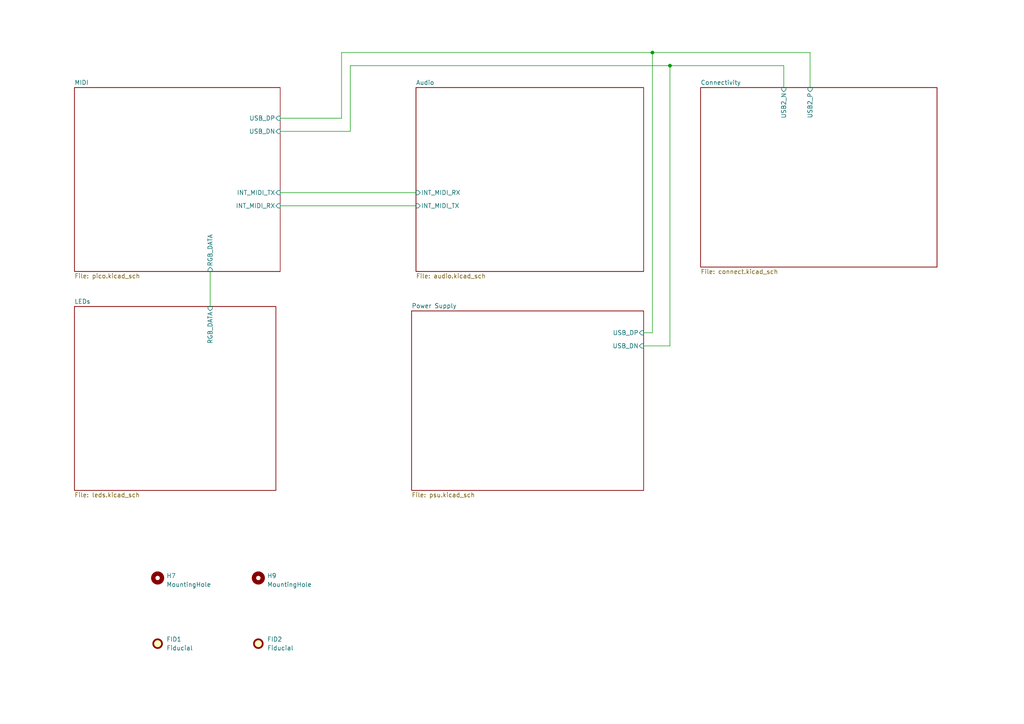
<source format=kicad_sch>
(kicad_sch (version 20230121) (generator eeschema)
  (paper "A4")
  (title_block (title "Open Pedalboard") (date "2023-09-10") (rev "3.0.0-RC1") (comment 1 "Source Code: https://github.com/pedalboard/pedalboard-hw") (comment 2 "License: CERN Open Hardware Licence Version 2 - Permissive"))
  (lib_symbols
    (symbol "Mechanical:Fiducial"
      (property "Reference" "FID" (at 0 5.08 0))
      (property "Value" "Fiducial" (at 0 3.175 0))
      (symbol "Fiducial_0_1"
        (circle (center 0 0) (radius 1.27) (stroke (width 0.508)) (fill (type background)))
      )
    )
    (symbol "Mechanical:MountingHole" (pin_names (offset 1.016))
      (property "Reference" "H" (at 0 5.08 0))
      (property "Value" "MountingHole" (at 0 3.175 0))
      (symbol "MountingHole_0_1"
        (circle (center 0 0) (radius 1.27) (stroke (width 1.27)))
      )
    )
  )
  (junction (at 194.31 19.05))
  (junction (at 189.23 15.24))
  (wire (pts (xy 99.06 15.24) (xy 189.23 15.24)))
  (wire (pts (xy 99.06 34.29) (xy 99.06 15.24)))
  (wire (pts (xy 60.96 78.74) (xy 60.96 88.9)))
  (wire (pts (xy 81.28 55.88) (xy 120.65 55.88)))
  (wire (pts (xy 186.69 100.33) (xy 194.31 100.33)))
  (wire (pts (xy 194.31 19.05) (xy 101.6 19.05)))
  (wire (pts (xy 81.28 59.69) (xy 120.65 59.69)))
  (wire (pts (xy 234.95 15.24) (xy 234.95 25.4)))
  (wire (pts (xy 189.23 15.24) (xy 234.95 15.24)))
  (wire (pts (xy 227.33 25.4) (xy 227.33 19.05)))
  (wire (pts (xy 101.6 19.05) (xy 101.6 38.1)))
  (wire (pts (xy 81.28 34.29) (xy 99.06 34.29)))
  (wire (pts (xy 186.69 96.52) (xy 189.23 96.52)))
  (wire (pts (xy 101.6 38.1) (xy 81.28 38.1)))
  (wire (pts (xy 227.33 19.05) (xy 194.31 19.05)))
  (wire (pts (xy 194.31 100.33) (xy 194.31 19.05)))
  (wire (pts (xy 189.23 96.52) (xy 189.23 15.24)))
  (symbol (lib_id "Mechanical:MountingHole") (at 74.93 167.64 0) (unit 1)
    (property "Reference" "H9" (at 77.47 167.005 0) (effects (justify left)))
    (property "Value" "MountingHole" (at 77.47 169.545 0) (effects (justify left)))
    (property "Footprint" "MountingHole:MountingHole_2.7mm_M2.5_DIN965" (effects hide))
  )
  (symbol (lib_id "Mechanical:MountingHole") (at 45.72 167.64 0) (unit 1)
    (property "Reference" "H7" (at 48.26 167.005 0) (effects (justify left)))
    (property "Value" "MountingHole" (at 48.26 169.545 0) (effects (justify left)))
    (property "Footprint" "MountingHole:MountingHole_2.7mm_M2.5_DIN965" (effects hide))
  )
  (symbol (lib_id "Mechanical:Fiducial") (at 74.93 186.69 0) (unit 1)
    (property "Reference" "FID2" (at 77.47 185.42 0) (effects (justify left)))
    (property "Value" "Fiducial" (at 77.47 187.96 0) (effects (justify left)))
    (property "Footprint" "Fiducial:Fiducial_1.5mm_Mask3mm" (effects hide))
  )
  (symbol (lib_id "Mechanical:Fiducial") (at 45.72 186.69 0) (unit 1)
    (property "Reference" "FID1" (at 48.26 185.42 0) (effects (justify left)))
    (property "Value" "Fiducial" (at 48.26 187.96 0) (effects (justify left)))
    (property "Footprint" "Fiducial:Fiducial_1.5mm_Mask3mm" (effects hide))
  )
  (sheet (at 119.38 90.17) (size 67.31 52.07) (stroke (width 0.1524))
    (property "Sheetname" "Power Supply" (at 119.38 89.4584 0) (effects (justify left bottom)))
    (property "Sheetfile" "psu.kicad_sch" (at 119.38 142.8246 0) (effects (justify left top)))
    (pin "USB_DP" input (at 186.69 96.52 0))
    (pin "USB_DN" input (at 186.69 100.33 0))
  )
  (sheet (at 21.59 88.9) (size 58.42 53.34) (stroke (width 0.1524))
    (property "Sheetname" "LEDs" (at 21.59 88.1884 0) (effects (justify left bottom)))
    (property "Sheetfile" "leds.kicad_sch" (at 21.59 142.8246 0) (effects (justify left top)))
    (pin "RGB_DATA" input (at 60.96 88.9 90))
  )
  (sheet (at 120.65 25.4) (size 66.04 53.34) (stroke (width 0.1524))
    (property "Sheetname" "Audio" (at 120.65 24.6884 0) (effects (justify left bottom)))
    (property "Sheetfile" "audio.kicad_sch" (at 120.65 79.3246 0) (effects (justify left top)))
    (pin "INT_MIDI_TX" input (at 120.65 59.69 180))
    (pin "INT_MIDI_RX" input (at 120.65 55.88 180))
  )
  (sheet (at 21.59 25.4) (size 59.69 53.34) (stroke (width 0.1524))
    (property "Sheetname" "MIDI" (at 21.59 24.6884 0) (effects (justify left bottom)))
    (property "Sheetfile" "pico.kicad_sch" (at 21.59 79.3246 0) (effects (justify left top)))
    (pin "USB_DN" input (at 81.28 38.1 0))
    (pin "USB_DP" input (at 81.28 34.29 0))
    (pin "INT_MIDI_TX" input (at 81.28 55.88 0))
    (pin "INT_MIDI_RX" input (at 81.28 59.69 0))
    (pin "RGB_DATA" input (at 60.96 78.74 270))
  )
  (sheet (at 203.2 25.4) (size 68.58 52.07) (stroke (width 0.1524))
    (property "Sheetname" "Connectivity" (at 203.2 24.6884 0) (effects (justify left bottom)))
    (property "Sheetfile" "connect.kicad_sch" (at 203.2 78.0546 0) (effects (justify left top)))
    (pin "USB2_N" input (at 227.33 25.4 90))
    (pin "USB2_P" input (at 234.95 25.4 90))
  )
)
</source>
